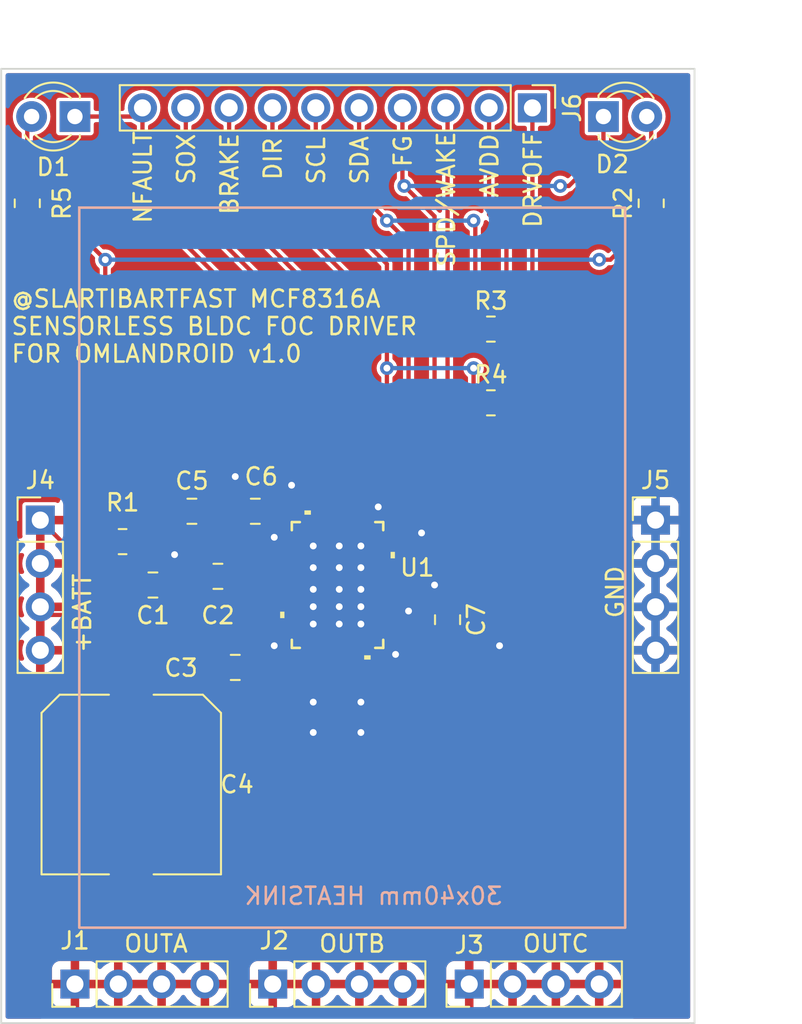
<source format=kicad_pcb>
(kicad_pcb (version 20221018) (generator pcbnew)
  (layers (0 "F.Cu" mixed) (31 "B.Cu" mixed) (34 "B.Paste" user) (35 "F.Paste" user) (36 "B.SilkS" user "B.Silkscreen") (37 "F.SilkS" user "F.Silkscreen") (38 "B.Mask" user) (39 "F.Mask" user) (44 "Edge.Cuts" user))
  (net 0 "")
  (net 1 "+BATT")
  (net 2 "Net-(U1-CP)")
  (net 3 "Net-(U1-CPH)")
  (net 4 "Net-(U1-CPL)")
  (net 5 "GND")
  (net 6 "Net-(U1-FB_BK)")
  (net 7 "Net-(J6-Pin_2)")
  (net 8 "Net-(D1-K)")
  (net 9 "Net-(D1-A)")
  (net 10 "Net-(D2-K)")
  (net 11 "Net-(D2-A)")
  (net 12 "Net-(U1-SW_BK)")
  (net 13 "Net-(J6-Pin_5)")
  (net 14 "Net-(J6-Pin_6)")
  (net 15 "Net-(J1-Pin_1)")
  (net 16 "Net-(J2-Pin_1)")
  (net 17 "Net-(J3-Pin_1)")
  (net 18 "Net-(J6-Pin_1)")
  (net 19 "Net-(J6-Pin_3)")
  (net 20 "Net-(J6-Pin_7)")
  (net 21 "Net-(J6-Pin_8)")
  (net 22 "Net-(J6-Pin_9)")
  (net 32 "Net-(U1-DVDD)")
  (footprint "Connector_PinHeader_2.54mm:PinHeader_1x10_P2.54mm_Vertical" (layer "F.Cu") (at 130.705 84.328 -90)
    (fp_text reference "J6" (at 0 -2.33 90) (layer "F.SilkS"))
    (fp_text value "Conn_01x10_Pin" hide)
    (pad "1" thru_hole rect (at 0 0 270) (size 1.7 1.7) (drill 1) (layers "*.Cu" "*.Mask") (net 18 "Net-(J6-Pin_1)"))
    (pad "2" thru_hole oval (at 0 2.54 270) (size 1.7 1.7) (drill 1) (layers "*.Cu" "*.Mask") (net 7 "Net-(J6-Pin_2)"))
    (pad "3" thru_hole oval (at 0 5.08 270) (size 1.7 1.7) (drill 1) (layers "*.Cu" "*.Mask") (net 19 "Net-(J6-Pin_3)"))
    (pad "4" thru_hole oval (at 0 7.62 270) (size 1.7 1.7) (drill 1) (layers "*.Cu" "*.Mask") (net 10 "Net-(D2-K)"))
    (pad "5" thru_hole oval (at 0 10.16 270) (size 1.7 1.7) (drill 1) (layers "*.Cu" "*.Mask") (net 13 "Net-(J6-Pin_5)"))
    (pad "6" thru_hole oval (at 0 12.7 270) (size 1.7 1.7) (drill 1) (layers "*.Cu" "*.Mask") (net 14 "Net-(J6-Pin_6)"))
    (pad "7" thru_hole oval (at 0 15.24 270) (size 1.7 1.7) (drill 1) (layers "*.Cu" "*.Mask") (net 20 "Net-(J6-Pin_7)"))
    (pad "8" thru_hole oval (at 0 17.78 270) (size 1.7 1.7) (drill 1) (layers "*.Cu" "*.Mask") (net 21 "Net-(J6-Pin_8)"))
    (pad "9" thru_hole oval (at 0 20.32 270) (size 1.7 1.7) (drill 1) (layers "*.Cu" "*.Mask") (net 22 "Net-(J6-Pin_9)"))
    (pad "10" thru_hole oval (at 0 22.86 270) (size 1.7 1.7) (drill 1) (layers "*.Cu" "*.Mask") (net 8 "Net-(D1-K)"))
  )
  (footprint "Capacitor_SMD:C_0805_2012Metric" (layer "F.Cu") (at 125.73 114.3 -90)
    (fp_text reference "C7" (at 0 -1.68 90) (layer "F.SilkS"))
    (fp_text value "1uF 6.3v" hide)
    (pad "1" smd roundrect (at -0.95 0 270) (size 1 1.45) (layers "F.Cu" "F.Paste" "F.Mask") (net 7 "Net-(J6-Pin_2)"))
    (pad "2" smd roundrect (at 0.95 0 270) (size 1 1.45) (layers "F.Cu" "F.Paste" "F.Mask") (net 5 "GND"))
  )
  (footprint "Connector_PinHeader_2.54mm:PinHeader_1x04_P2.54mm_Vertical" (layer "F.Cu") (at 137.922 108.468)
    (fp_text reference "J5" (at 0 -2.33) (layer "F.SilkS"))
    (fp_text value "Conn_01x04_Pin" hide)
    (pad "1" thru_hole rect (at 0 0) (size 1.7 1.7) (drill 1) (layers "*.Cu" "*.Mask") (net 5 "GND"))
    (pad "2" thru_hole oval (at 0 2.54) (size 1.7 1.7) (drill 1) (layers "*.Cu" "*.Mask") (net 5 "GND"))
    (pad "3" thru_hole oval (at 0 5.08) (size 1.7 1.7) (drill 1) (layers "*.Cu" "*.Mask") (net 5 "GND"))
    (pad "4" thru_hole oval (at 0 7.62) (size 1.7 1.7) (drill 1) (layers "*.Cu" "*.Mask") (net 5 "GND"))
  )
  (footprint "Capacitor_SMD:C_0805_2012Metric" (layer "F.Cu") (at 114.46 107.95 180)
    (fp_text reference "C6" (at -0.348 2.032) (layer "F.SilkS"))
    (fp_text value "1uF 6.3V" hide)
    (pad "1" smd roundrect (at -0.95 0 180) (size 1 1.45) (layers "F.Cu" "F.Paste" "F.Mask") (net 32 "Net-(U1-DVDD)"))
    (pad "2" smd roundrect (at 0.95 0 180) (size 1 1.45) (layers "F.Cu" "F.Paste" "F.Mask") (net 5 "GND"))
  )
  (footprint "Capacitor_SMD:C_0805_2012Metric" (layer "F.Cu") (at 112.268 111.76 180)
    (fp_text reference "C2" (at 0 -2.286) (layer "F.SilkS"))
    (fp_text value "47nF 50V" hide)
    (pad "1" smd roundrect (at -0.95 0 180) (size 1 1.45) (layers "F.Cu" "F.Paste" "F.Mask") (net 3 "Net-(U1-CPH)"))
    (pad "2" smd roundrect (at 0.95 0 180) (size 1 1.45) (layers "F.Cu" "F.Paste" "F.Mask") (net 4 "Net-(U1-CPL)"))
  )
  (footprint "Resistor_SMD:R_0805_2012Metric" (layer "F.Cu") (at 128.27 101.6)
    (fp_text reference "R4" (at 0 -1.65) (layer "F.SilkS"))
    (fp_text value "5k" hide)
    (pad "1" smd roundrect (at -0.9125 0) (size 1.025 1.4) (layers "F.Cu" "F.Paste" "F.Mask") (roundrect_rratio 0.243902439) (net 14 "Net-(J6-Pin_6)"))
    (pad "2" smd roundrect (at 0.9125 0) (size 1.025 1.4) (layers "F.Cu" "F.Paste" "F.Mask") (roundrect_rratio 0.243902439) (net 7 "Net-(J6-Pin_2)"))
  )
  (footprint "LED_THT:LED_D3.0mm" (layer "F.Cu") (at 134.869 84.836)
    (fp_text reference "D2" (at 0.513 2.794) (layer "F.SilkS"))
    (fp_text value "3mm Grn" hide)
    (pad "1" thru_hole rect (at 0 0) (size 1.8 1.8) (drill 0.9) (layers "*.Cu" "*.Mask") (net 10 "Net-(D2-K)"))
    (pad "2" thru_hole circle (at 2.54 0) (size 1.8 1.8) (drill 0.9) (layers "*.Cu" "*.Mask") (net 11 "Net-(D2-A)"))
  )
  (footprint "Resistor_SMD:R_0805_2012Metric" (layer "F.Cu") (at 128.27 97.282)
    (fp_text reference "R3" (at 0 -1.65) (layer "F.SilkS"))
    (fp_text value "5k" hide)
    (pad "1" smd roundrect (at -0.9125 0) (size 1.025 1.4) (layers "F.Cu" "F.Paste" "F.Mask") (roundrect_rratio 0.243902439) (net 13 "Net-(J6-Pin_5)"))
    (pad "2" smd roundrect (at 0.9125 0) (size 1.025 1.4) (layers "F.Cu" "F.Paste" "F.Mask") (roundrect_rratio 0.243902439) (net 7 "Net-(J6-Pin_2)"))
  )
  (footprint "Connector_PinHeader_2.54mm:PinHeader_1x04_P2.54mm_Vertical" (layer "F.Cu") (at 103.886 135.636 90)
    (fp_text reference "J1" (at 2.54 0 180) (layer "F.SilkS"))
    (fp_text value "Conn_01x04_Pin" hide)
    (pad "1" thru_hole rect (at 0 0 90) (size 1.7 1.7) (drill 1) (layers "*.Cu" "*.Mask") (net 15 "Net-(J1-Pin_1)"))
    (pad "2" thru_hole oval (at 0 2.54 90) (size 1.7 1.7) (drill 1) (layers "*.Cu" "*.Mask") (net 15 "Net-(J1-Pin_1)"))
    (pad "3" thru_hole oval (at 0 5.08 90) (size 1.7 1.7) (drill 1) (layers "*.Cu" "*.Mask") (net 15 "Net-(J1-Pin_1)"))
    (pad "4" thru_hole oval (at 0 7.62 90) (size 1.7 1.7) (drill 1) (layers "*.Cu" "*.Mask") (net 15 "Net-(J1-Pin_1)"))
  )
  (footprint "Capacitor_SMD:C_0805_2012Metric" (layer "F.Cu") (at 113.284 117.094)
    (fp_text reference "C3" (at -3.18 0.03) (layer "F.SilkS"))
    (fp_text value "0.1uf 50v" hide)
    (pad "1" smd roundrect (at -0.95 0) (size 1 1.45) (layers "F.Cu" "F.Paste" "F.Mask") (net 1 "+BATT"))
    (pad "2" smd roundrect (at 0.95 0) (size 1 1.45) (layers "F.Cu" "F.Paste" "F.Mask") (net 5 "GND"))
  )
  (footprint "Capacitor_SMD:C_Elec_10x10.2" (layer "F.Cu") (at 107.188 123.952 -90)
    (fp_text reference "C4" (at 0 -6.2 -180) (layer "F.SilkS"))
    (fp_text value "330uf 50v" hide)
    (pad "1" smd roundrect (at -4.4 0 270) (size 4.6 2.1) (layers "F.Cu" "F.Paste" "F.Mask") (roundrect_rratio 0.1190480952) (net 1 "+BATT"))
    (pad "2" smd roundrect (at 4.4 0 270) (size 4.6 2.1) (layers "F.Cu" "F.Paste" "F.Mask") (roundrect_rratio 0.1190480952) (net 5 "GND"))
  )
  (footprint "Connector_PinHeader_2.54mm:PinHeader_1x04_P2.54mm_Vertical" (layer "F.Cu") (at 115.48 135.636 90)
    (fp_text reference "J2" (at 2.54 0.09 180) (layer "F.SilkS"))
    (fp_text value "Conn_01x04_Pin" hide)
    (pad "1" thru_hole rect (at 0 0 90) (size 1.7 1.7) (drill 1) (layers "*.Cu" "*.Mask") (net 16 "Net-(J2-Pin_1)"))
    (pad "2" thru_hole oval (at 0 2.54 90) (size 1.7 1.7) (drill 1) (layers "*.Cu" "*.Mask") (net 16 "Net-(J2-Pin_1)"))
    (pad "3" thru_hole oval (at 0 5.08 90) (size 1.7 1.7) (drill 1) (layers "*.Cu" "*.Mask") (net 16 "Net-(J2-Pin_1)"))
    (pad "4" thru_hole oval (at 0 7.62 90) (size 1.7 1.7) (drill 1) (layers "*.Cu" "*.Mask") (net 16 "Net-(J2-Pin_1)"))
  )
  (footprint "MCF8316A:VQFN40_RGF_TEX" (layer "F.Cu") (at 119.28 112.268)
    (fp_text reference "U1" (at 4.672 -1.016 unlocked) (layer "F.SilkS"))
    (fp_text value "MCF8316A1VRGFR" hide)
    (pad "1" smd rect (at -2.4511 -2.750693 90) (size 0.254 0.8128) (layers "F.Cu" "F.Paste" "F.Mask") (net 32 "Net-(U1-DVDD)"))
    (pad "2" smd rect (at -2.4511 -2.250567 90) (size 0.254 0.8128) (layers "F.Cu" "F.Paste" "F.Mask") (net 5 "GND"))
    (pad "3" smd rect (at -2.4511 -1.750441 90) (size 0.254 0.8128) (layers "F.Cu" "F.Paste" "F.Mask") (net 6 "Net-(U1-FB_BK)"))
    (pad "4" smd rect (at -2.4511 -1.250315 90) (size 0.254 0.8128) (layers "F.Cu" "F.Paste" "F.Mask") (net 5 "GND"))
    (pad "5" smd rect (at -2.4511 -0.750189 90) (size 0.254 0.8128) (layers "F.Cu" "F.Paste" "F.Mask") (net 12 "Net-(U1-SW_BK)"))
    (pad "6" smd rect (at -2.4511 -0.250063 90) (size 0.254 0.8128) (layers "F.Cu" "F.Paste" "F.Mask") (net 4 "Net-(U1-CPL)"))
    (pad "7" smd rect (at -2.4511 0.250063 90) (size 0.254 0.8128) (layers "F.Cu" "F.Paste" "F.Mask") (net 3 "Net-(U1-CPH)"))
    (pad "8" smd rect (at -2.4511 0.750189 90) (size 0.254 0.8128) (layers "F.Cu" "F.Paste" "F.Mask") (net 2 "Net-(U1-CP)"))
    (pad "9" smd rect (at -2.4511 1.250315 90) (size 0.254 0.8128) (layers "F.Cu" "F.Paste" "F.Mask") (net 1 "+BATT"))
    (pad "10" smd rect (at -2.4511 1.750441 90) (size 0.254 0.8128) (layers "F.Cu" "F.Paste" "F.Mask") (net 1 "+BATT"))
    (pad "11" smd rect (at -2.4511 2.250567 90) (size 0.254 0.8128) (layers "F.Cu" "F.Paste" "F.Mask") (net 1 "+BATT"))
    (pad "12" smd rect (at -2.4511 2.750693 90) (size 0.254 0.8128) (layers "F.Cu" "F.Paste" "F.Mask") (net 5 "GND"))
    (pad "13" smd rect (at -1.750441 3.4544) (size 0.254 0.8128) (layers "F.Cu" "F.Paste" "F.Mask") (net 15 "Net-(J1-Pin_1)"))
    (pad "14" smd rect (at -1.250315 3.4544) (size 0.254 0.8128) (layers "F.Cu" "F.Paste" "F.Mask") (net 15 "Net-(J1-Pin_1)"))
    (pad "15" smd rect (at -0.750189 3.4544) (size 0.254 0.8128) (layers "F.Cu" "F.Paste" "F.Mask") (net 5 "GND"))
    (pad "16" smd rect (at -0.250063 3.4544) (size 0.254 0.8128) (layers "F.Cu" "F.Paste" "F.Mask") (net 16 "Net-(J2-Pin_1)"))
    (pad "17" smd rect (at 0.250063 3.4544) (size 0.254 0.8128) (layers "F.Cu" "F.Paste" "F.Mask") (net 16 "Net-(J2-Pin_1)"))
    (pad "18" smd rect (at 0.750189 3.4544) (size 0.254 0.8128) (layers "F.Cu" "F.Paste" "F.Mask") (net 5 "GND"))
    (pad "19" smd rect (at 1.250315 3.4544) (size 0.254 0.8128) (layers "F.Cu" "F.Paste" "F.Mask") (net 17 "Net-(J3-Pin_1)"))
    (pad "20" smd rect (at 1.750441 3.4544) (size 0.254 0.8128) (layers "F.Cu" "F.Paste" "F.Mask") (net 17 "Net-(J3-Pin_1)"))
    (pad "21" smd rect (at 2.4511 2.750693 90) (size 0.254 0.8128) (layers "F.Cu" "F.Paste" "F.Mask") (net 18 "Net-(J6-Pin_1)"))
    (pad "22" smd rect (at 2.4511 2.250567 90) (size 0.254 0.8128) (layers "F.Cu" "F.Paste" "F.Mask"))
    (pad "23" smd rect (at 2.4511 1.750441 90) (size 0.254 0.8128) (layers "F.Cu" "F.Paste" "F.Mask"))
    (pad "24" smd rect (at 2.4511 1.250315 90) (size 0.254 0.8128) (layers "F.Cu" "F.Paste" "F.Mask"))
    (pad "25" smd rect (at 2.4511 0.750189 90) (size 0.254 0.8128) (layers "F.Cu" "F.Paste" "F.Mask"))
    (pad "26" smd rect (at 2.4511 0.250063 90) (size 0.254 0.8128) (layers "F.Cu" "F.Paste" "F.Mask") (net 5 "GND"))
    (pad "27" smd rect (at 2.4511 -0.250063 90) (size 0.254 0.8128) (layers "F.Cu" "F.Paste" "F.Mask") (net 7 "Net-(J6-Pin_2)"))
    (pad "28" smd rect (at 2.4511 -0.750189 90) (size 0.254 0.8128) (layers "F.Cu" "F.Paste" "F.Mask") (net 19 "Net-(J6-Pin_3)"))
    (pad "29" smd rect (at 2.4511 -1.250315 90) (size 0.254 0.8128) (layers "F.Cu" "F.Paste" "F.Mask") (net 10 "Net-(D2-K)"))
    (pad "30" smd rect (at 2.4511 -1.750441 90) (size 0.254 0.8128) (layers "F.Cu" "F.Paste" "F.Mask") (net 13 "Net-(J6-Pin_5)"))
    (pad "31" smd rect (at 2.4511 -2.250567 90) (size 0.254 0.8128) (layers "F.Cu" "F.Paste" "F.Mask") (net 14 "Net-(J6-Pin_6)"))
    (pad "32" smd rect (at 2.4511 -2.750693 90) (size 0.254 0.8128) (layers "F.Cu" "F.Paste" "F.Mask"))
    (pad "33" smd rect (at 1.750441 -3.4544) (size 0.254 0.8128) (layers "F.Cu" "F.Paste" "F.Mask"))
    (pad "34" smd rect (at 1.250315 -3.4544) (size 0.254 0.8128) (layers "F.Cu" "F.Paste" "F.Mask") (net 20 "Net-(J6-Pin_7)"))
    (pad "35" smd rect (at 0.750189 -3.4544) (size 0.254 0.8128) (layers "F.Cu" "F.Paste" "F.Mask") (net 21 "Net-(J6-Pin_8)"))
    (pad "36" smd rect (at 0.250063 -3.4544) (size 0.254 0.8128) (layers "F.Cu" "F.Paste" "F.Mask"))
    (pad "37" smd rect (at -0.250063 -3.4544) (size 0.254 0.8128) (layers "F.Cu" "F.Paste" "F.Mask"))
    (pad "38" smd rect (at -0.750189 -3.4544) (size 0.254 0.8128) (layers "F.Cu" "F.Paste" "F.Mask") (net 22 "Net-(J6-Pin_9)"))
    (pad "39" smd rect (at -1.250315 -3.4544) (size 0.254 0.8128) (layers "F.Cu" "F.Paste" "F.Mask"))
    (pad "40" smd rect (at -1.750441 -3.4544) (size 0.254 0.8128) (layers "F.Cu" "F.Paste" "F.Mask") (net 8 "Net-(D1-K)"))
    (pad "41" smd rect (at 0.000002 0.000002) (size 3.679996 5.679996) (layers "F.Cu" "F.Mask") (net 5 "GND"))
  )
  (footprint "Capacitor_SMD:C_0805_2012Metric" (layer "F.Cu") (at 108.458 112.268)
    (fp_text reference "C1" (at 0 1.778) (layer "F.SilkS"))
    (fp_text value "1uF 50v" hide)
    (pad "1" smd roundrect (at -0.95 0) (size 1 1.45) (layers "F.Cu" "F.Paste" "F.Mask") (net 1 "+BATT"))
    (pad "2" smd roundrect (at 0.95 0) (size 1 1.45) (layers "F.Cu" "F.Paste" "F.Mask") (net 2 "Net-(U1-CP)"))
  )
  (footprint "Resistor_SMD:R_0805_2012Metric" (layer "F.Cu") (at 137.668 89.916 90)
    (fp_text reference "R2" (at 0 -1.65 90) (layer "F.SilkS"))
    (fp_text value "1.54k" hide)
    (pad "1" smd roundrect (at -0.9125 0 90) (size 1.025 1.4) (layers "F.Cu" "F.Paste" "F.Mask") (roundrect_rratio 0.243902439) (net 6 "Net-(U1-FB_BK)"))
    (pad "2" smd roundrect (at 0.9125 0 90) (size 1.025 1.4) (layers "F.Cu" "F.Paste" "F.Mask") (roundrect_rratio 0.243902439) (net 11 "Net-(D2-A)"))
  )
  (footprint "Connector_PinHeader_2.54mm:PinHeader_1x04_P2.54mm_Vertical" (layer "F.Cu") (at 127 135.636 90)
    (fp_text reference "J3" (at 2.286 0 180) (layer "F.SilkS"))
    (fp_text value "Conn_01x04_Pin" hide)
    (pad "1" thru_hole rect (at 0 0 90) (size 1.7 1.7) (drill 1) (layers "*.Cu" "*.Mask") (net 17 "Net-(J3-Pin_1)"))
    (pad "2" thru_hole oval (at 0 2.54 90) (size 1.7 1.7) (drill 1) (layers "*.Cu" "*.Mask") (net 17 "Net-(J3-Pin_1)"))
    (pad "3" thru_hole oval (at 0 5.08 90) (size 1.7 1.7) (drill 1) (layers "*.Cu" "*.Mask") (net 17 "Net-(J3-Pin_1)"))
    (pad "4" thru_hole oval (at 0 7.62 90) (size 1.7 1.7) (drill 1) (layers "*.Cu" "*.Mask") (net 17 "Net-(J3-Pin_1)"))
  )
  (footprint "LED_THT:LED_D3.0mm" (layer "F.Cu") (at 103.886 84.836 180)
    (fp_text reference "D1" (at 1.27 -2.96) (layer "F.SilkS"))
    (fp_text value "3mm Red" hide)
    (pad "1" thru_hole rect (at 0 0 180) (size 1.8 1.8) (drill 0.9) (layers "*.Cu" "*.Mask") (net 8 "Net-(D1-K)"))
    (pad "2" thru_hole circle (at 2.54 0 180) (size 1.8 1.8) (drill 0.9) (layers "*.Cu" "*.Mask") (net 9 "Net-(D1-A)"))
  )
  (footprint "Resistor_SMD:R_0805_2012Metric" (layer "F.Cu") (at 106.68 109.728)
    (fp_text reference "R1" (at 0 -2.286 180) (layer "F.SilkS"))
    (fp_text value "22R" hide)
    (pad "1" smd roundrect (at -0.9125 0) (size 1.025 1.4) (layers "F.Cu" "F.Paste" "F.Mask") (roundrect_rratio 0.243902439) (net 6 "Net-(U1-FB_BK)"))
    (pad "2" smd roundrect (at 0.9125 0) (size 1.025 1.4) (layers "F.Cu" "F.Paste" "F.Mask") (roundrect_rratio 0.243902439) (net 12 "Net-(U1-SW_BK)"))
  )
  (footprint "Connector_PinHeader_2.54mm:PinHeader_1x04_P2.54mm_Vertical" (layer "F.Cu") (at 101.854 108.468)
    (fp_text reference "J4" (at 0 -2.33) (layer "F.SilkS"))
    (fp_text value "Conn_01x04_Pin" hide)
    (pad "1" thru_hole rect (at 0 0) (size 1.7 1.7) (drill 1) (layers "*.Cu" "*.Mask") (net 1 "+BATT"))
    (pad "2" thru_hole oval (at 0 2.54) (size 1.7 1.7) (drill 1) (layers "*.Cu" "*.Mask") (net 1 "+BATT"))
    (pad "3" thru_hole oval (at 0 5.08) (size 1.7 1.7) (drill 1) (layers "*.Cu" "*.Mask") (net 1 "+BATT"))
    (pad "4" thru_hole oval (at 0 7.62) (size 1.7 1.7) (drill 1) (layers "*.Cu" "*.Mask") (net 1 "+BATT"))
  )
  (footprint "Resistor_SMD:R_0805_2012Metric" (layer "F.Cu") (at 101.092 89.916 90)
    (fp_text reference "R5" (at 0 2.032 90) (layer "F.SilkS"))
    (fp_text value "1.6k" hide)
    (pad "1" smd roundrect (at -0.9125 0 90) (size 1.025 1.4) (layers "F.Cu" "F.Paste" "F.Mask") (roundrect_rratio 0.243902439) (net 6 "Net-(U1-FB_BK)"))
    (pad "2" smd roundrect (at 0.9125 0 90) (size 1.025 1.4) (layers "F.Cu" "F.Paste" "F.Mask") (roundrect_rratio 0.243902439) (net 9 "Net-(D1-A)"))
  )
  (footprint "Capacitor_SMD:C_0805_2012Metric" (layer "F.Cu") (at 110.744 107.95 180)
    (fp_text reference "C5" (at 0 1.778) (layer "F.SilkS"))
    (fp_text value "22uF 10v" hide)
    (pad "1" smd roundrect (at -0.95 0 180) (size 1 1.45) (layers "F.Cu" "F.Paste" "F.Mask") (net 6 "Net-(U1-FB_BK)"))
    (pad "2" smd roundrect (at 0.95 0 180) (size 1 1.45) (layers "F.Cu" "F.Paste" "F.Mask") (net 5 "GND"))
  )
  (gr_rect (start 104.14 90.17) (end 136.144 132.334) (stroke (width 0.15)) (fill none) (layer "B.SilkS"))
  (gr_line (start 140.208 82.042) (end 140.208 137.922) (stroke (width 0.1)) (layer "Edge.Cuts"))
  (gr_line (start 139.954 137.922) (end 140.208 137.922) (stroke (width 0.1)) (layer "Edge.Cuts"))
  (gr_line (start 139.954 137.922) (end 99.568 137.922) (stroke (width 0.1)) (layer "Edge.Cuts"))
  (gr_line (start 99.568 137.922) (end 99.568 82.042) (stroke (width 0.1)) (layer "Edge.Cuts"))
  (gr_line (start 139.954 82.042) (end 140.208 82.042) (stroke (width 0.1)) (layer "Edge.Cuts"))
  (gr_line (start 99.568 82.042) (end 139.954 82.042) (stroke (width 0.1)) (layer "Edge.Cuts"))
  (gr_text "30x40mm HEATSINK" (at 129.032 131.064) (layer "B.SilkS") (effects (font (size 1 1)) (justify left bottom mirror)))
  (gr_text "OUTA" (at 106.68 133.858) (layer "F.SilkS") (effects (font (size 1 1)) (justify left bottom)))
  (gr_text "DIR" (at 116.078 88.646 90) (layer "F.SilkS") (effects (font (size 1 1)) (justify left bottom)))
  (gr_text "SCL" (at 118.618 88.9 90) (layer "F.SilkS") (effects (font (size 1 1)) (justify left bottom)))
  (gr_text "+BATT" (at 104.902 116.332 90) (layer "F.SilkS") (effects (font (size 1 1)) (justify left bottom)))
  (gr_text "SOX" (at 110.998 88.9 90) (layer "F.SilkS") (effects (font (size 1 1)) (justify left bottom)))
  (gr_text "OUTC" (at 130.048 133.858) (layer "F.SilkS") (effects (font (size 1 1)) (justify left bottom)))
  (gr_text "DRVOFF" (at 131.318 91.44 90) (layer "F.SilkS") (effects (font (size 1 1)) (justify left bottom)))
  (gr_text "SDA" (at 121.158 88.9 90) (layer "F.SilkS") (effects (font (size 1 1)) (justify left bottom)))
  (gr_text "OUTB" (at 118.11 133.858) (layer "F.SilkS") (effects (font (size 1 1)) (justify left bottom)))
  (gr_text "AVDD" (at 128.778 89.662 90) (layer "F.SilkS") (effects (font (size 1 1)) (justify left bottom)))
  (gr_text "FG" (at 123.698 87.884 90) (layer "F.SilkS") (effects (font (size 1 1)) (justify left bottom)))
  (gr_text "NFAULT" (at 108.458 91.186 90) (layer "F.SilkS") (effects (font (size 1 1)) (justify left bottom)))
  (gr_text "GND" (at 136.144 114.3 90) (layer "F.SilkS") (effects (font (size 1 1)) (justify left bottom)))
  (gr_text "BRAKE" (at 113.538 90.678 90) (layer "F.SilkS") (effects (font (size 1 1)) (justify left bottom)))
  (gr_text "@SLARTIBARTFAST MCF8316A\nSENSORLESS BLDC FOC DRIVER\nFOR OMLANDROID v1.0\n" (at 100.076 99.314) (layer "F.SilkS") (effects (font (size 1 1)) (justify left bottom)))
  (gr_text "SPD/WAKE" (at 126.238 93.726 90) (layer "F.SilkS") (effects (font (size 1 1)) (justify left bottom)))
  (segment (start 101.854 111.008) (end 101.854 113.548) (width 0.25) (layer "F.Cu") (net 1))
  (segment (start 116.8289 114.018441) (end 102.324441 114.018441) (width 0.25) (layer "F.Cu") (net 1))
  (segment (start 102.324441 114.018441) (end 101.854 113.548) (width 0.25) (layer "F.Cu") (net 1))
  (segment (start 101.854 108.468) (end 101.854 111.008) (width 0.25) (layer "F.Cu") (net 1))
  (segment (start 112.811433 114.518567) (end 112.334 114.996) (width 0.25) (layer "F.Cu") (net 1))
  (segment (start 101.854 113.548) (end 101.854 116.088) (width 0.25) (layer "F.Cu") (net 1))
  (segment (start 110.383443 119.232557) (end 110.383443 118.003443) (width 0.25) (layer "F.Cu") (net 1))
  (segment (start 112.615522 116.887404) (end 112.46567 116.96233) (width 0.25) (layer "F.Cu") (net 1))
  (segment (start 116.8289 114.518567) (end 112.811433 114.518567) (width 0.25) (layer "F.Cu") (net 1))
  (segment (start 112.46567 116.96233) (end 112.334 117.094) (width 0.25) (layer "F.Cu") (net 1))
  (segment (start 103.724 116.088) (end 104.902 117.266) (width 0.25) (layer "F.Cu") (net 1))
  (segment (start 101.854 116.088) (end 103.724 116.088) (width 0.25) (layer "F.Cu") (net 1))
  (segment (start 112.334 114.996) (end 112.334 117.094) (width 0.25) (layer "F.Cu") (net 1))
  (segment (start 111.252 117.094) (end 112.334 117.094) (width 0.25) (layer "F.Cu") (net 1))
  (segment (start 110.383443 118.003443) (end 111.252 117.134886) (width 0.25) (layer "F.Cu") (net 1))
  (segment (start 104.902 117.266) (end 104.902 119.38) (width 0.25) (layer "F.Cu") (net 1))
  (segment (start 116.8289 113.518315) (end 108.758315 113.518315) (width 0.25) (layer "F.Cu") (net 1))
  (segment (start 107.188 119.552) (end 110.064 119.552) (width 0.25) (layer "F.Cu") (net 1))
  (segment (start 111.252 117.134886) (end 111.252 117.094) (width 0.25) (layer "F.Cu") (net 1))
  (segment (start 110.064 119.552) (end 110.383443 119.232557) (width 0.25) (layer "F.Cu") (net 1))
  (segment (start 107.22061 119.58486) (end 107.181403 119.571791) (width 0.25) (layer "F.Cu") (net 1))
  (segment (start 107.508 112.268) (end 107.508 113.35) (width 0.25) (layer "F.Cu") (net 1))
  (segment (start 112.334 117.094) (end 112.004668 117.423332) (width 0.25) (layer "F.Cu") (net 1))
  (segment (start 104.902 119.38) (end 105.074 119.552) (width 0.25) (layer "F.Cu") (net 1))
  (segment (start 105.654 112.268) (end 101.854 108.468) (width 0.25) (layer "F.Cu") (net 1))
  (segment (start 107.508 112.268) (end 105.654 112.268) (width 0.25) (layer "F.Cu") (net 1))
  (segment (start 105.074 119.552) (end 107.188 119.552) (width 0.25) (layer "F.Cu") (net 1))
  (segment (start 108.73863 113.538) (end 108.758315 113.518315) (width 0.25) (layer "F.Cu") (net 1))
  (segment (start 107.696 113.538) (end 108.73863 113.538) (width 0.25) (layer "F.Cu") (net 1))
  (segment (start 107.508 113.35) (end 107.696 113.538) (width 0.25) (layer "F.Cu") (net 1))
  (segment (start 110.158189 113.018189) (end 109.408 112.268) (width 0.25) (layer "F.Cu") (net 2))
  (segment (start 116.8289 113.018189) (end 110.158189 113.018189) (width 0.25) (layer "F.Cu") (net 2))
  (segment (start 116.8289 112.518063) (end 113.976063 112.518063) (width 0.25) (layer "F.Cu") (net 3))
  (segment (start 113.976063 112.518063) (end 113.218 111.76) (width 0.25) (layer "F.Cu") (net 3))
  (segment (start 116.8289 112.017937) (end 114.811937 112.017937) (width 0.25) (layer "F.Cu") (net 4))
  (segment (start 114.811937 112.017937) (end 114.681 111.887) (width 0.25) (layer "F.Cu") (net 4))
  (segment (start 111.76 110.49) (end 111.318 110.932) (width 0.25) (layer "F.Cu") (net 4))
  (segment (start 114.3 111.506) (end 114.3 110.744) (width 0.25) (layer "F.Cu") (net 4))
  (segment (start 114.046 110.49) (end 111.76 110.49) (width 0.25) (layer "F.Cu") (net 4))
  (segment (start 114.681 111.887) (end 114.3 111.506) (width 0.25) (layer "F.Cu") (net 4))
  (segment (start 111.318 110.932) (end 111.318 111.76) (width 0.25) (layer "F.Cu") (net 4))
  (segment (start 114.3 110.744) (end 114.046 110.49) (width 0.25) (layer "F.Cu") (net 4))
  (segment (start 120.030189 118.506189) (end 120.030189 113.050189) (width 0.25) (layer "F.Cu") (net 5))
  (segment (start 119.38 112.992487) (end 119.38 113.538) (width 0.25) (layer "F.Cu") (net 5))
  (segment (start 113.51 107.95) (end 113.51 106.144) (width 0.25) (layer "F.Cu") (net 5))
  (segment (start 118.618 112.962) (end 118.618 112.522) (width 0.25) (layer "F.Cu") (net 5))
  (segment (start 118.529811 113.449811) (end 118.529811 113.050189) (width 0.25) (layer "F.Cu") (net 5))
  (segment (start 117.856 119.126) (end 117.856 120.904) (width 0.25) (layer "F.Cu") (net 5))
  (segment (start 116.113433 110.017433) (end 115.57 109.474) (width 0.25) (layer "F.Cu") (net 5))
  (segment (start 115.062 117.094) (end 115.57 116.586) (width 0.25) (layer "F.Cu") (net 5))
  (segment (start 119.28 112.007639) (end 119.38 112.014) (width 0.25) (layer "F.Cu") (net 5))
  (segment (start 112.096 123.444) (end 107.188 128.352) (width 0.25) (layer "F.Cu") (net 5))
  (segment (start 119.578189 112.598189) (end 119.28 112.3) (width 0.25) (layer "F.Cu") (net 5))
  (segment (start 119.38 113.538) (end 118.834487 113.538) (width 0.25) (layer "F.Cu") (net 5))
  (segment (start 120.65 113.03) (end 120.65 113.538) (width 0.25) (layer "F.Cu") (net 5))
  (segment (start 112.268 123.272) (end 112.268 123.444) (width 0.25) (layer "F.Cu") (net 5))
  (segment (start 123.444 113.738069) (end 123.444 113.792) (width 0.25) (layer "F.Cu") (net 5))
  (segment (start 117.856 114.516487) (end 117.856 114.516487) (width 0.25) (layer "F.Cu") (net 5))
  (segment (start 120.65 113.03) (end 120.218189 112.598189) (width 0.25) (layer "F.Cu") (net 5))
  (segment (start 118.618 112.522) (end 119.058 112.522) (width 0.25) (layer "F.Cu") (net 5))
  (segment (start 116.877026 114.970567) (end 117.36992 114.970567) (width 0.25) (layer "F.Cu") (net 5))
  (segment (start 109.794 106.106) (end 109.794 107.95) (width 0.25) (layer "F.Cu") (net 5))
  (segment (start 119.38 112.522) (end 119.38 113.03) (width 0.25) (layer "F.Cu") (net 5))
  (segment (start 113.284 105.918) (end 109.982 105.918) (width 0.25) (layer "F.Cu") (net 5))
  (segment (start 117.856 114.554) (end 117.818487 114.554) (width 0.25) (layer "F.Cu") (net 5))
  (segment (start 117.856 114.516487) (end 117.856 114.554) (width 0.25) (layer "F.Cu") (net 5))
  (segment (start 123.444 113.792) (end 123.444 114.554) (width 0.25) (layer "F.Cu") (net 5))
  (segment (start 121.7311 112.518063) (end 119.530063 112.518063) (width 0.25) (layer "F.Cu") (net 5))
  (segment (start 121.7311 112.518063) (end 122.223994 112.518063) (width 0.25) (layer "F.Cu") (net 5))
  (segment (start 115.57 115.758) (end 116.309307 115.018693) (width 0.25) (layer "F.Cu") (net 5))
  (segment (start 114.234 117.094) (end 114.234 121.306) (width 0.25) (layer "F.Cu") (net 5))
  (segment (start 112.268 123.444) (end 112.096 123.444) (width 0.25) (layer "F.Cu") (net 5))
  (segment (start 120.65 113.538) (end 120.65 113.03) (width 0.25) (layer "F.Cu") (net 5))
  (segment (start 120.030189 113.050189) (end 119.28 112.3) (width 0.25) (layer "F.Cu") (net 5))
  (segment (start 119.280002 113.060485) (end 119.280002 112.268002) (width 0.25) (layer "F.Cu") (net 5))
  (segment (start 118.529811 113.050189) (end 118.618 112.962) (width 0.25) (layer "F.Cu") (net 5))
  (segment (start 125.73 115.25) (end 128.204 115.25) (width 0.25) (layer "F.Cu") (net 5))
  (segment (start 115.57 115.824) (end 115.57 115.758) (width 0.25) (layer "F.Cu") (net 5))
  (segment (start 117.856 111.252) (end 118.029685 111.049685) (width 0.25) (layer "F.Cu") (net 5))
  (segment (start 117.856 110.583639) (end 119.28 112.007639) (width 0.25) (layer "F.Cu") (net 5))
  (segment (start 117.856 109.982) (end 117.856 110.583639) (width 0.25) (layer "F.Cu") (net 5))
  (segment (start 123.444 114.554) (end 124.14 115.25) (width 0.25) (layer "F.Cu") (net 5))
  (segment (start 128.204 115.25) (end 128.778 115.824) (width 0.25) (layer "F.Cu") (net 5))
  (segment (start 119.38 112.014) (end 119.28 112.3) (width 0.25) (layer "F.Cu") (net 5))
  (segment (start 115.57 109.474) (end 115.57 109.728) (width 0.25) (layer "F.Cu") (net 5))
  (segment (start 120.65 112.522) (end 120.65 113.03) (width 0.25) (layer "F.Cu") (net 5))
  (segment (start 117.856 113.538) (end 117.856 114.046) (width 0.25) (layer "F.Cu") (net 5))
  (segment (start 118.529811 118.452189) (end 118.529811 113.626189) (width 0.25) (layer "F.Cu") (net 5))
  (segment (start 116.309307 115.018693) (end 116.8289 115.018693) (width 0.25) (layer "F.Cu") (net 5))
  (segment (start 119.38 113.03) (end 119.28 113.092487) (width 0.25) (layer "F.Cu") (net 5))
  (segment (start 113.51 106.144) (end 113.284 105.918) (width 0.25) (layer "F.Cu") (net 5))
  (segment (start 118.618 113.538) (end 118.529811 113.449811) (width 0.25) (layer "F.Cu") (net 5))
  (segment (start 117.856 110.998) (end 117.907685 111.049685) (width 0.25) (layer "F.Cu") (net 5))
  (segment (start 119.058 112.522) (end 119.28 112.3) (width 0.25) (layer "F.Cu") (net 5))
  (segment (start 109.982 105.918) (end 109.794 106.106) (width 0.25) (layer "F.Cu") (net 5))
  (segment (start 118.326487 114.046) (end 117.856 113.538) (width 0.25) (layer "F.Cu") (net 5))
  (segment (start 116.8289 111.017685) (end 117.621685 111.017685) (width 0.25) (layer "F.Cu") (net 5))
  (segment (start 116.8289 110.017433) (end 116.113433 110.017433) (width 0.25) (layer "F.Cu") (net 5))
  (segment (start 117.621685 111.017685) (end 117.856 111.252) (width 0.25) (layer "F.Cu") (net 5))
  (segment (start 115.57 116.586) (end 115.57 115.824) (width 0.25) (layer "F.Cu") (net 5))
  (segment (start 118.529811 113.626189) (end 118.618 113.538) (width 0.25) (layer "F.Cu") (net 5))
  (segment (start 124.14 115.25) (end 125.73 115.25) (width 0.25) (layer "F.Cu") (net 5))
  (segment (start 120.218189 112.598189) (end 119.578189 112.598189) (width 0.25) (layer "F.Cu") (net 5))
  (segment (start 117.36992 114.970567) (end 119.280002 113.060485) (width 0.25) (layer "F.Cu") (net 5))
  (segment (start 119.530063 112.518063) (end 119.28 112.268) (width 0.25) (layer "F.Cu") (net 5))
  (segment (start 114.234 117.094) (end 115.062 117.094) (width 0.25) (layer "F.Cu") (net 5))
  (segment (start 119.28 112.3) (end 119.38 112.522) (width 0.25) (layer "F.Cu") (net 5))
  (segment (start 118.029685 111.049685) (end 119.28 112.3) (width 0.25) (layer "F.Cu") (net 5))
  (segment (start 118.834487 113.538) (end 118.326487 114.046) (width 0.25) (layer "F.Cu") (net 5))
  (segment (start 117.907685 111.049685) (end 117.856 111.252) (width 0.25) (layer "F.Cu") (net 5))
  (segment (start 122.223994 112.518063) (end 123.444 113.738069) (width 0.25) (layer "F.Cu") (net 5))
  (segment (start 120.65 119.126) (end 120.65 120.904) (width 0.25) (layer "F.Cu") (net 5))
  (segment (start 114.234 121.306) (end 112.268 123.272) (width 0.25) (layer "F.Cu") (net 5))
  (segment (start 120.65 119.126) (end 120.030189 118.506189) (width 0.25) (layer "F.Cu") (net 5))
  (segment (start 119.28 113.092487) (end 119.38 112.992487) (width 0.25) (layer "F.Cu") (net 5))
  (segment (start 117.856 119.126) (end 118.529811 118.452189) (width 0.25) (layer "F.Cu") (net 5))
  (via (at 124.206 109.22) (size 0.8) (drill 0.4) (layers "F.Cu" "B.Cu") (net 5))
  (via (at 113.284 105.918) (size 0.8) (drill 0.4) (layers "F.Cu" "B.Cu") (net 5))
  (via (at 115.57 115.824) (size 0.8) (drill 0.4) (layers "F.Cu" "B.Cu") (net 5))
  (via (at 128.778 115.824) (size 0.8) (drill 0.4) (layers "F.Cu" "B.Cu") (net 5))
  (via (at 117.856 114.554) (size 0.8) (drill 0.4) (layers "F.Cu" "B.Cu") (net 5))
  (via (at 120.65 111.252) (size 0.8) (drill 0.4) (layers "F.Cu" "B.Cu") (net 5))
  (via (at 120.65 114.554) (size 0.8) (drill 0.4) (layers "F.Cu" "B.Cu") (net 5))
  (via (at 119.38 113.538) (size 0.8) (drill 0.4) (layers "F.Cu" "B.Cu") (net 5))
  (via (at 123.444 113.792) (size 0.8) (drill 0.4) (layers "F.Cu" "B.Cu") (net 5))
  (via (at 122.682 116.332) (size 0.8) (drill 0.4) (layers "F.Cu" "B.Cu") (net 5))
  (via (at 120.65 120.904) (size 0.8) (drill 0.4) (layers "F.Cu" "B.Cu") (net 5))
  (via (at 120.65 112.522) (size 0.8) (drill 0.4) (layers "F.Cu" "B.Cu") (net 5))
  (via (at 117.856 119.126) (size 0.8) (drill 0.4) (layers "F.Cu" "B.Cu") (net 5))
  (via (at 119.38 114.554) (size 0.8) (drill 0.4) (layers "F.Cu" "B.Cu") (net 5))
  (via (at 117.856 112.522) (size 0.8) (drill 0.4) (layers "F.Cu" "B.Cu") (net 5))
  (via (at 115.57 109.474) (size 0.8) (drill 0.4) (layers "F.Cu" "B.Cu") (net 5))
  (via (at 117.856 113.538) (size 0.8) (drill 0.4) (layers "F.Cu" "B.Cu") (net 5))
  (via (at 121.666 107.696) (size 0.8) (drill 0.4) (layers "F.Cu" "B.Cu") (net 5))
  (via (at 119.38 111.252) (size 0.8) (drill 0.4) (layers "F.Cu" "B.Cu") (net 5))
  (via (at 124.968 112.268) (size 0.8) (drill 0.4) (layers "F.Cu" "B.Cu") (net 5))
  (via (at 109.728 110.49) (size 0.8) (drill 0.4) (layers "F.Cu" "B.Cu") (net 5))
  (via (at 119.38 109.982) (size 0.8) (drill 0.4) (layers "F.Cu" "B.Cu") (net 5))
  (via (at 120.65 119.126) (size 0.8) (drill 0.4) (layers "F.Cu" "B.Cu") (net 5))
  (via (at 119.38 112.522) (size 0.8) (drill 0.4) (layers "F.Cu" "B.Cu") (net 5))
  (via (at 117.856 120.904) (size 0.8) (drill 0.4) (layers "F.Cu" "B.Cu") (net 5))
  (via (at 120.65 109.982) (size 0.8) (drill 0.4) (layers "F.Cu" "B.Cu") (net 5))
  (via (at 120.65 113.538) (size 0.8) (drill 0.4) (layers "F.Cu" "B.Cu") (net 5))
  (via (at 117.856 109.982) (size 0.8) (drill 0.4) (layers "F.Cu" "B.Cu") (net 5))
  (via (at 117.856 111.252) (size 0.8) (drill 0.4) (layers "F.Cu" "B.Cu") (net 5))
  (via (at 116.586 106.426) (size 0.8) (drill 0.4) (layers "F.Cu" "B.Cu") (net 5))
  (segment (start 128.778 115.824) (end 129.042 116.088) (width 0.25) (layer "B.Cu") (net 5))
  (segment (start 113.284 107.188) (end 113.284 105.918) (width 0.25) (layer "B.Cu") (net 5))
  (segment (start 115.57 109.474) (end 113.284 107.188) (width 0.25) (layer "B.Cu") (net 5))
  (segment (start 115.57 109.474) (end 110.744 109.474) (width 0.25) (layer "B.Cu") (net 5))
  (segment (start 110.744 109.474) (end 109.728 110.49) (width 0.25) (layer "B.Cu") (net 5))
  (segment (start 129.042 116.088) (end 137.922 116.088) (width 0.25) (layer "B.Cu") (net 5))
  (segment (start 105.664 107.95) (end 105.664 93.218) (width 0.25) (layer "F.Cu") (net 6))
  (segment (start 108.966 109.22) (end 111.252 109.22) (width 0.25) (layer "F.Cu") (net 6))
  (segment (start 105.664 93.218) (end 103.2745 90.8285) (width 0.25) (layer "F.Cu") (net 6))
  (segment (start 115.346351 110.517559) (end 116.8289 110.517559) (width 0.25) (layer "F.Cu") (net 6))
  (segment (start 106.172 108.458) (end 105.664 107.95) (width 0.25) (layer "F.Cu") (net 6))
  (segment (start 105.7675 109.728) (end 105.7675 108.8625) (width 0.25) (layer "F.Cu") (net 6))
  (segment (start 103.2745 90.8285) (end 101.092 90.8285) (width 0.25) (layer "F.Cu") (net 6))
  (segment (start 111.694 108.778) (end 112.194 109.278) (width 0.25) (layer "F.Cu") (net 6))
  (segment (start 111.252 109.22) (end 111.694 108.778) (width 0.25) (layer "F.Cu") (net 6))
  (segment (start 111.694 107.95) (end 111.694 108.778) (width 0.25) (layer "F.Cu") (net 6))
  (segment (start 115.063396 110.234604) (end 115.346351 110.517559) (width 0.25) (layer "F.Cu") (net 6))
  (segment (start 108.204 108.458) (end 108.966 109.22) (width 0.25) (layer "F.Cu") (net 6))
  (segment (start 106.172 108.458) (end 108.204 108.458) (width 0.25) (layer "F.Cu") (net 6))
  (segment (start 114.106792 109.278) (end 115.063396 110.234604) (width 0.25) (layer "F.Cu") (net 6))
  (segment (start 105.7675 108.8625) (end 106.172 108.458) (width 0.25) (layer "F.Cu") (net 6))
  (segment (start 134.62 93.218) (end 135.2785 93.218) (width 0.25) (layer "F.Cu") (net 6))
  (segment (start 112.194 109.278) (end 114.106792 109.278) (width 0.25) (layer "F.Cu") (net 6))
  (segment (start 135.2785 93.218) (end 137.668 90.8285) (width 0.25) (layer "F.Cu") (net 6))
  (via (at 105.664 93.218) (size 0.8) (drill 0.4) (layers "F.Cu" "B.Cu") (net 6))
  (via (at 134.62 93.218) (size 0.8) (drill 0.4) (layers "F.Cu" "B.Cu") (net 6))
  (segment (start 105.664 93.218) (end 134.62 93.218) (width 0.25) (layer "B.Cu") (net 6))
  (segment (start 128.458 113.35) (end 125.73 113.35) (width 0.25) (layer "F.Cu") (net 7))
  (segment (start 121.7311 112.017937) (end 123.056237 112.017937) (width 0.25) (layer "F.Cu") (net 7))
  (segment (start 129.1825 101.6) (end 129.1825 97.282) (width 0.25) (layer "F.Cu") (net 7))
  (segment (start 124.388299 113.35) (end 125.73 113.35) (width 0.25) (layer "F.Cu") (net 7))
  (segment (start 129.1825 101.6) (end 129.1825 112.6255) (width 0.25) (layer "F.Cu") (net 7))
  (segment (start 123.056237 112.017937) (end 124.388299 113.35) (width 0.25) (layer "F.Cu") (net 7))
  (segment (start 128.165 84.328) (end 128.165 90.573) (width 0.25) (layer "F.Cu") (net 7))
  (segment (start 129.1825 112.6255) (end 128.458 113.35) (width 0.25) (layer "F.Cu") (net 7))
  (segment (start 129.1825 91.5905) (end 129.1825 97.282) (width 0.25) (layer "F.Cu") (net 7))
  (segment (start 128.165 90.573) (end 129.1825 91.5905) (width 0.25) (layer "F.Cu") (net 7))
  (segment (start 107.845 89.811) (end 107.845 84.328) (width 0.25) (layer "F.Cu") (net 8))
  (segment (start 103.886 84.836) (end 107.337 84.836) (width 0.25) (layer "F.Cu") (net 8))
  (segment (start 117.529559 99.495559) (end 107.845 89.811) (width 0.25) (layer "F.Cu") (net 8))
  (segment (start 107.337 84.836) (end 107.845 84.328) (width 0.25) (layer "F.Cu") (net 8))
  (segment (start 117.529559 108.8136) (end 117.529559 99.495559) (width 0.25) (layer "F.Cu") (net 8))
  (segment (start 101.092 89.0035) (end 101.092 85.09) (width 0.25) (layer "F.Cu") (net 9))
  (segment (start 101.092 85.09) (end 101.346 84.836) (width 0.25) (layer "F.Cu") (net 9))
  (segment (start 134.874 86.868) (end 134.869 86.863) (width 0.25) (layer "F.Cu") (net 10))
  (segment (start 123.085 88.795) (end 123.19 88.9) (width 0.25) (layer "F.Cu") (net 10))
  (segment (start 123.085 87.122) (end 123.085 88.795) (width 0.25) (layer "F.Cu") (net 10))
  (segment (start 123.678315 111.017685) (end 124.968 109.728) (width 0.25) (layer "F.Cu") (net 10))
  (segment (start 123.19 88.9) (end 123.085 89.005) (width 0.25) (layer "F.Cu") (net 10))
  (segment (start 124.968 109.728) (end 124.968 90.678) (width 0.25) (layer "F.Cu") (net 10))
  (segment (start 123.085 87.122) (end 123.085 84.328) (width 0.25) (layer "F.Cu") (net 10))
  (segment (start 132.334 88.9) (end 132.842 88.9) (width 0.25) (layer "F.Cu") (net 10))
  (segment (start 124.968 90.678) (end 123.19 88.9) (width 0.25) (layer "F.Cu") (net 10))
  (segment (start 121.7311 111.017685) (end 123.678315 111.017685) (width 0.25) (layer "F.Cu") (net 10))
  (segment (start 132.842 88.9) (end 134.874 86.868) (width 0.25) (layer "F.Cu") (net 10))
  (segment (start 134.869 86.863) (end 134.869 84.836) (width 0.25) (layer "F.Cu") (net 10))
  (via (at 132.334 88.9) (size 0.8) (drill 0.4) (layers "F.Cu" "B.Cu") (net 10))
  (via (at 123.19 88.9) (size 0.8) (drill 0.4) (layers "F.Cu" "B.Cu") (net 10))
  (segment (start 123.19 88.9) (end 132.334 88.9) (width 0.25) (layer "B.Cu") (net 10))
  (segment (start 137.668 89.0035) (end 137.668 85.095) (width 0.25) (layer "F.Cu") (net 11))
  (segment (start 137.414 85.095) (end 137.155 84.836) (width 0.25) (layer "F.Cu") (net 11))
  (segment (start 137.668 85.095) (end 137.409 84.836) (width 0.25) (layer "F.Cu") (net 11))
  (segment (start 115.062 111.252) (end 115.327811 111.517811) (width 0.25) (layer "F.Cu") (net 12))
  (segment (start 113.920396 109.728) (end 115.062 110.869604) (width 0.25) (layer "F.Cu") (net 12))
  (segment (start 107.5925 109.728) (end 113.920396 109.728) (width 0.25) (layer "F.Cu") (net 12))
  (segment (start 115.327811 111.517811) (end 116.8289 111.517811) (width 0.25) (layer "F.Cu") (net 12))
  (segment (start 115.062 110.869604) (end 115.062 111.252) (width 0.25) (layer "F.Cu") (net 12))
  (segment (start 120.545 89.303) (end 122.174 90.932) (width 0.25) (layer "F.Cu") (net 13))
  (segment (start 123.444 92.202) (end 123.444 110.236) (width 0.25) (layer "F.Cu") (net 13))
  (segment (start 123.444 110.236) (end 123.162441 110.517559) (width 0.25) (layer "F.Cu") (net 13))
  (segment (start 123.162441 110.517559) (end 121.7311 110.517559) (width 0.25) (layer "F.Cu") (net 13))
  (segment (start 122.174 90.932) (end 123.444 92.202) (width 0.25) (layer "F.Cu") (net 13))
  (segment (start 120.545 84.328) (end 120.545 89.303) (width 0.25) (layer "F.Cu") (net 13))
  (segment (start 127.3575 91.0355) (end 127.3575 97.282) (width 0.25) (layer "F.Cu") (net 13))
  (segment (start 127.3575 91.0355) (end 127.254 90.932) (width 0.25) (layer "F.Cu") (net 13))
  (via (at 127.254 90.932) (size 0.8) (drill 0.4) (layers "F.Cu" "B.Cu") (net 13))
  (via (at 122.174 90.932) (size 0.8) (drill 0.4) (layers "F.Cu" "B.Cu") (net 13))
  (segment (start 122.174 90.932) (end 127.254 90.932) (width 0.25) (layer "B.Cu") (net 13))
  (segment (start 122.936 105.664) (end 122.174 104.902) (width 0.25) (layer "F.Cu") (net 14))
  (segment (start 122.174 99.568) (end 122.174 93.472) (width 0.25) (layer "F.Cu") (net 14))
  (segment (start 121.7311 110.017433) (end 122.646567 110.017433) (width 0.25) (layer "F.Cu") (net 14))
  (segment (start 127.254 99.568) (end 127.3575 99.6715) (width 0.25) (layer "F.Cu") (net 14))
  (segment (start 118.005 89.303) (end 118.005 84.328) (width 0.25) (layer "F.Cu") (net 14))
  (segment (start 122.646567 110.017433) (end 122.936 109.728) (width 0.25) (layer "F.Cu") (net 14))
  (segment (start 122.936 109.728) (end 122.936 105.664) (width 0.25) (layer "F.Cu") (net 14))
  (segment (start 127.254 101.4965) (end 127.3575 101.6) (width 0.25) (layer "F.Cu") (net 14))
  (segment (start 122.174 104.902) (end 122.174 99.568) (width 0.25) (layer "F.Cu") (net 14))
  (segment (start 127.254 99.568) (end 127.254 101.4965) (width 0.25) (layer "F.Cu") (net 14))
  (segment (start 122.174 93.472) (end 118.005 89.303) (width 0.25) (layer "F.Cu") (net 14))
  (via (at 127.254 99.568) (size 0.8) (drill 0.4) (layers "F.Cu" "B.Cu") (net 14))
  (via (at 122.174 99.568) (size 0.8) (drill 0.4) (layers "F.Cu" "B.Cu") (net 14))
  (segment (start 122.174 99.568) (end 127.254 99.568) (width 0.25) (layer "B.Cu") (net 14))
  (segment (start 106.426 135.636) (end 106.426 133.35) (width 0.25) (layer "F.Cu") (net 15))
  (segment (start 106.426 133.35) (end 107.696 132.08) (width 0.25) (layer "F.Cu") (net 15))
  (segment (start 112.014 133.858) (end 113.829 133.858) (width 0.25) (layer "F.Cu") (net 15))
  (segment (start 117.131 118.754685) (end 117.131 130.556) (width 0.25) (layer "F.Cu") (net 15))
  (segment (start 111.506 134.366) (end 112.014 133.858) (width 0.25) (layer "F.Cu") (net 15))
  (segment (start 115.824 118.11) (end 117.529559 116.404441) (width 0.25) (layer "F.Cu") (net 15))
  (segment (start 111.506 132.08) (end 115.824 127.762) (width 0.25) (layer "F.Cu") (net 15))
  (segment (start 118.029685 115.7224) (end 118.029685 117.856) (width 0.25) (layer "F.Cu") (net 15))
  (segment (start 103.886 135.636) (end 106.426 135.636) (width 0.25) (layer "F.Cu") (net 15))
  (segment (start 111.506 134.366) (end 111.506 135.636) (width 0.25) (layer "F.Cu") (net 15))
  (segment (start 108.966 135.636) (end 111.506 135.636) (width 0.25) (layer "F.Cu") (net 15))
  (segment (start 107.696 132.08) (end 111.506 132.08) (width 0.25) (layer "F.Cu") (net 15))
  (segment (start 113.829 133.858) (end 117.131 130.556) (width 0.25) (layer "F.Cu") (net 15))
  (segment (start 118.029685 117.856) (end 117.131 118.754685) (width 0.25) (layer "F.Cu") (net 15))
  (segment (start 115.824 127.762) (end 115.824 118.11) (width 0.25) (layer "F.Cu") (net 15))
  (segment (start 106.426 135.636) (end 108.966 135.636) (width 0.25) (layer "F.Cu") (net 15))
  (segment (start 117.529559 116.404441) (end 117.529559 115.7224) (width 0.25) (layer "F.Cu") (net 15))
  (segment (start 119.530063 115.7544) (end 119.530063 119.276063) (width 0.25) (layer "F.Cu") (net 16))
  (segment (start 118.364 132.842) (end 118.364 122.428) (width 0.25) (layer "F.Cu") (net 16))
  (segment (start 119.634 121.92) (end 120.142 122.428) (width 0.25) (layer "F.Cu") (net 16))
  (segment (start 120.142 122.428) (end 120.142 132.842) (width 0.25) (layer "F.Cu") (net 16))
  (segment (start 118.02 135.636) (end 118.02 133.186) (width 0.25) (layer "F.Cu") (net 16))
  (segment (start 118.872 121.92) (end 118.872 119.38) (width 0.25) (layer "F.Cu") (net 16))
  (segment (start 119.029937 119.222063) (end 119.029937 115.7544) (width 0.25) (layer "F.Cu") (net 16))
  (segment (start 118.02 133.186) (end 118.364 132.842) (width 0.25) (layer "F.Cu") (net 16))
  (segment (start 119.029937 115.7544) (end 119.530063 115.7544) (width 0.25) (layer "F.Cu") (net 16))
  (segment (start 115.48 135.636) (end 118.02 135.636) (width 0.25) (layer "F.Cu") (net 16))
  (segment (start 120.142 132.842) (end 120.56 133.26) (width 0.25) (layer "F.Cu") (net 16))
  (segment (start 118.872 119.38) (end 119.029937 119.222063) (width 0.25) (layer "F.Cu") (net 16))
  (segment (start 118.364 122.428) (end 118.872 121.92) (width 0.25) (layer "F.Cu") (net 16))
  (segment (start 119.530063 119.276063) (end 119.634 119.38) (width 0.25) (layer "F.Cu") (net 16))
  (segment (start 115.48 135.636) (end 123.1 135.636) (width 0.25) (layer "F.Cu") (net 16))
  (segment (start 120.56 135.636) (end 123.1 135.636) (width 0.25) (layer "F.Cu") (net 16))
  (segment (start 120.56 133.26) (end 120.56 135.636) (width 0.25) (layer "F.Cu") (net 16))
  (segment (start 119.634 119.38) (end 119.634 121.92) (width 0.25) (layer "F.Cu") (net 16))
  (segment (start 132.08 135.636) (end 132.08 133.604) (width 0.25) (layer "F.Cu") (net 17))
  (segment (start 121.375 130.519) (end 121.375 129.286) (width 0.25) (layer "F.Cu") (net 17))
  (segment (start 121.375 130.519) (end 124.206 133.35) (width 0.25) (layer "F.Cu") (net 17))
  (segment (start 122.682 118.11) (end 121.030441 116.458441) (width 0.25) (layer "F.Cu") (net 17))
  (segment (start 121.030441 116.458441) (end 121.030441 115.7224) (width 0.25) (layer "F.Cu") (net 17))
  (segment (start 132.08 135.636) (end 134.62 135.636) (width 0.25) (layer "F.Cu") (net 17))
  (segment (start 126.238 133.35) (end 127 134.112) (width 0.25) (layer "F.Cu") (net 17))
  (segment (start 120.530315 115.7544) (end 121.030441 115.7544) (width 0.25) (layer "F.Cu") (net 17))
  (segment (start 120.530315 117.856) (end 120.530315 115.7224) (width 0.25) (layer "F.Cu") (net 17))
  (segment (start 121.375 118.700685) (end 120.530315 117.856) (width 0.25) (layer "F.Cu") (net 17))
  (segment (start 124.206 133.35) (end 126.238 133.35) (width 0.25) (layer "F.Cu") (net 17))
  (segment (start 127 135.636) (end 129.54 135.636) (width 0.25) (layer "F.Cu") (net 17))
  (segment (start 121.375 129.286) (end 121.375 118.700685) (width 0.25) (layer "F.Cu") (net 17))
  (segment (start 130.81 132.334) (end 127 132.334) (width 0.25) (layer "F.Cu") (net 17))
  (segment (start 132.08 133.604) (end 130.81 132.334) (width 0.25) (layer "F.Cu") (net 17))
  (segment (start 122.682 128.016) (end 122.682 118.11) (width 0.25) (layer "F.Cu") (net 17))
  (segment (start 129.54 135.636) (end 132.08 135.636) (width 0.25) (layer "F.Cu") (net 17))
  (segment (start 127 132.334) (end 122.682 128.016) (width 0.25) (layer "F.Cu") (net 17))
  (segment (start 127 134.112) (end 127 135.636) (width 0.25) (layer "F.Cu") (net 17))
  (segment (start 124.968 117.348) (end 130.048 117.348) (width 0.25) (layer "F.Cu") (net 18))
  (segment (start 121.7311 115.018693) (end 122.638693 115.018693) (width 0.25) (layer "F.Cu") (net 18))
  (segment (start 130.048 117.348) (end 130.705 116.691) (width 0.25) (layer "F.Cu") (net 18))
  (segment (start 130.705 116.691) (end 130.705 84.328) (width 0.25) (layer "F.Cu") (net 18))
  (segment (start 122.638693 115.018693) (end 124.968 117.348) (width 0.25) (layer "F.Cu") (net 18))
  (segment (start 125.73 110.236) (end 125.73 84.433) (width 0.25) (layer "F.Cu") (net 19))
  (segment (start 125.73 84.433) (end 125.625 84.328) (width 0.25) (layer "F.Cu") (net 19))
  (segment (start 121.7311 111.517811) (end 124.448189 111.517811) (width 0.25) (layer "F.Cu") (net 19))
  (segment (start 124.448189 111.517811) (end 125.73 110.236) (width 0.25) (layer "F.Cu") (net 19))
  (segment (start 120.530315 94.876315) (end 115.465 89.811) (width 0.25) (layer "F.Cu") (net 20))
  (segment (start 120.530315 108.8136) (end 120.530315 94.876315) (width 0.25) (layer "F.Cu") (net 20))
  (segment (start 115.465 89.811) (end 115.465 84.328) (width 0.25) (layer "F.Cu") (net 20))
  (segment (start 120.030189 108.8136) (end 120.030189 97.170189) (width 0.25) (layer "F.Cu") (net 21))
  (segment (start 112.925 90.065) (end 112.925 84.328) (width 0.25) (layer "F.Cu") (net 21))
  (segment (start 120.030189 97.170189) (end 112.925 90.065) (width 0.25) (layer "F.Cu") (net 21))
  (segment (start 110.385 90.065) (end 118.529811 98.209811) (width 0.25) (layer "F.Cu") (net 22))
  (segment (start 118.529811 98.209811) (end 118.529811 108.8136) (width 0.25) (layer "F.Cu") (net 22))
  (segment (start 110.385 84.328) (end 110.385 90.065) (width 0.25) (layer "F.Cu") (net 22))
  (segment (start 115.41 107.95) (end 116.3209 107.95) (width 0.25) (layer "F.Cu") (net 32))
  (segment (start 116.3209 107.95) (end 116.8289 108.458) (width 0.25) (layer "F.Cu") (net 32))
  (segment (start 116.8289 108.458) (end 116.8289 109.517307) (width 0.25) (layer "F.Cu") (net 32))
  (zone (net 15) (net_name "Net-(J1-Pin_1)") (layer "F.Cu") (priority 11) (connect_pads (clearance 0.2)) (min_thickness 0.25) (fill yes (thermal_gap 0.5) (thermal_bridge_width 0.5))
    (polygon (pts (xy 117.348 115.316) (xy 115.062 118.11) (xy 114.808 127.762) (xy 108.458 131.064) (xy 102.108 133.858) (xy 102.108 137.414) (xy 113.284 137.414) (xy 114.046 133.858) (xy 117.348 130.556) (xy 117.094 118.872) (xy 118.11 117.856) (xy 118.11 115.316)))
  )
  (zone (net 16) (net_name "Net-(J2-Pin_1)") (layer "F.Cu") (priority 15) (connect_pads yes (clearance 0.2)) (min_thickness 0.25) (fill yes (thermal_gap 0.5) (thermal_bridge_width 0.5))
    (polygon (pts (xy 118.872 115.316) (xy 119.634 115.316) (xy 119.634 116.84) (xy 118.872 116.84)))
  )
  (zone (net 1) (net_name "+BATT") (layer "F.Cu") (priority 15) (connect_pads yes (clearance 0.2)) (min_thickness 0.25) (fill yes (thermal_gap 0.5) (thermal_bridge_width 0.5))
    (polygon (pts (xy 115.824 113.284) (xy 117.348 113.284) (xy 117.348 114.808) (xy 115.824 114.808)))
  )
  (zone (net 1) (net_name "+BATT") (layer "F.Cu") (priority 10) (connect_pads (clearance 0.2)) (min_thickness 0.25) (fill yes (thermal_gap 0.5) (thermal_bridge_width 0.5))
    (polygon (pts (xy 117.348 113.284) (xy 108.966 113.284) (xy 108.458 112.776) (xy 108.458 110.744) (xy 103.124 107.188) (xy 100.584 107.188) (xy 100.584 122.682) (xy 108.712 122.682) (xy 113.538 117.856) (xy 113.284 115.824) (xy 115.57 114.808) (xy 117.348 114.808)))
  )
  (zone (net 16) (net_name "Net-(J2-Pin_1)") (layer "F.Cu") (priority 14) (connect_pads (clearance 0.2)) (min_thickness 0.25) (fill yes (thermal_gap 0.5) (thermal_bridge_width 0.5))
    (polygon (pts (xy 119.634 115.316) (xy 119.634 118.364) (xy 121.158 120.904) (xy 121.158 130.556) (xy 124.968 133.858) (xy 124.968 137.414) (xy 113.538 137.414) (xy 113.538 133.858) (xy 117.348 130.556) (xy 117.094 120.904) (xy 118.872 118.364) (xy 118.872 115.316)))
  )
  (zone (net 17) (net_name "Net-(J3-Pin_1)") (layer "F.Cu") (priority 13) (connect_pads yes (clearance 0.2)) (min_thickness 0.25) (fill yes (thermal_gap 0.5) (thermal_bridge_width 0.5))
    (polygon (pts (xy 120.396 115.316) (xy 121.158 115.316) (xy 122.428 116.84) (xy 120.396 117.856)))
  )
  (zone (net 15) (net_name "Net-(J1-Pin_1)") (layer "F.Cu") (priority 13) (connect_pads yes (clearance 0.2)) (min_thickness 0.25) (fill yes (thermal_gap 0.5) (thermal_bridge_width 0.5))
    (polygon (pts (xy 117.348 115.316) (xy 116.332 116.586) (xy 118.11 117.348) (xy 118.11 115.316)))
  )
  (zone (net 17) (net_name "Net-(J3-Pin_1)") (layer "F.Cu") (priority 12) (connect_pads (clearance 0.2)) (min_thickness 0.25) (fill yes (thermal_gap 0.5) (thermal_bridge_width 0.5))
    (polygon (pts (xy 120.396 115.316) (xy 121.158 115.316) (xy 136.398 133.858) (xy 136.398 137.414) (xy 125.222 137.414) (xy 124.714 133.858) (xy 121.158 130.556) (xy 121.158 118.618) (xy 120.396 117.856)))
  )
  (zone (net 5) (net_name "GND") (layer "F.Cu") (priority 9) (connect_pads (clearance 0.2)) (min_thickness 0.25) (fill yes (thermal_gap 0.5) (thermal_bridge_width 0.5))
    (polygon (pts (xy 99.822 82.296) (xy 139.954 82.296) (xy 139.954 137.668) (xy 99.822 137.668)))
  )
  (zone (net 5) (net_name "GND") (layer "B.Cu") (priority 5) (connect_pads (clearance 0.5)) (min_thickness 0.25) (fill yes (thermal_gap 0.5) (thermal_bridge_width 0.5))
    (polygon (pts (xy 99.822 82.296) (xy 139.954 82.296) (xy 139.954 137.668) (xy 99.822 137.668)))
  )
)
</source>
